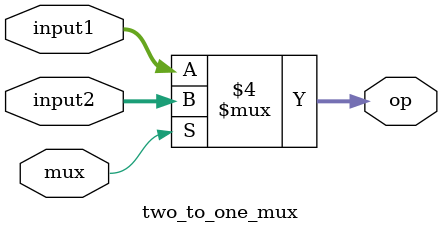
<source format=v>
`timescale 1ns / 1ps

module two_to_one_mux(
    input mux,
    input [31:0] input1,
    input [31:0] input2,
    output reg [31:0] op
);

    always@(*) begin
        if(mux == 1) op = input2;
        else op = input1;
    end

endmodule

</source>
